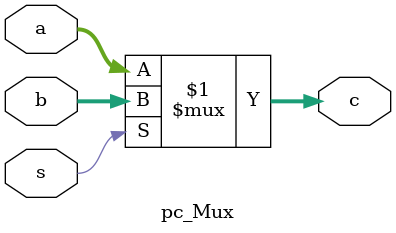
<source format=v>
`timescale 1ns / 1ps
module pc_Mux (
    input wire [31:0] a,        // Input PCPlus4F
    input wire [31:0] b,        // Input PCTargetE
    input wire s,               // Select signal (PCSrcE)
    output wire [31:0] c        // Output PCNext
);
    // Multiplexer logic
    assign c = (s) ? b : a;
	 
endmodule
</source>
